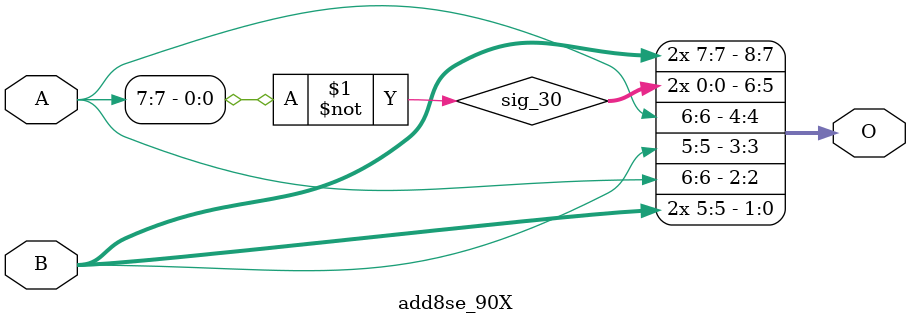
<source format=v>

/***
* This code is a part of EvoApproxLib library (ehw.fit.vutbr.cz/approxlib) distributed under The MIT License.
* When used, please cite the following article(s): V. Mrazek, L. Sekanina, Z. Vasicek "Libraries of Approximate Circuits: Automated Design and Application in CNN Accelerators" IEEE Journal on Emerging and Selected Topics in Circuits and Systems, Vol 10, No 4, 2020 
* This file contains a circuit from a sub-set of pareto optimal circuits with respect to the pwr and mre parameters
***/
// MAE% = 15.35 %
// MAE = 39 
// WCE% = 50.00 %
// WCE = 128 
// WCRE% = 9500.00 %
// EP% = 99.22 %
// MRE% = 100.10 %
// MSE = 2301 
// PDK45_PWR = 0.000065 mW
// PDK45_AREA = 1.4 um2
// PDK45_DELAY = 0.01 ns

module add8se_90X (
    A,
    B,
    O
);

input [7:0] A;
input [7:0] B;
output [8:0] O;

wire sig_30;

assign sig_30 = ~A[7];

assign O[8] = B[7];
assign O[7] = B[7];
assign O[6] = sig_30;
assign O[5] = sig_30;
assign O[4] = A[6];
assign O[3] = B[5];
assign O[2] = A[6];
assign O[1] = B[5];
assign O[0] = B[5];

endmodule



</source>
